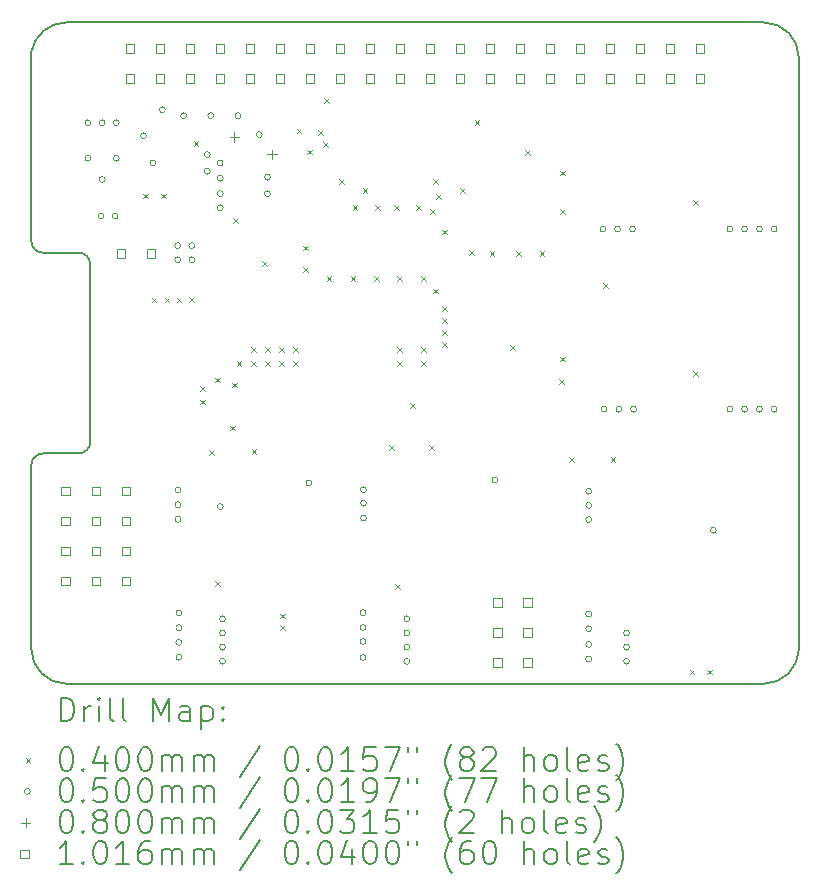
<source format=gbr>
%TF.GenerationSoftware,KiCad,Pcbnew,6.0.7+dfsg-1+b1*%
%TF.CreationDate,2022-09-08T18:59:41+01:00*%
%TF.ProjectId,owl-driver-board,6f776c2d-6472-4697-9665-722d626f6172,rev?*%
%TF.SameCoordinates,Original*%
%TF.FileFunction,Drillmap*%
%TF.FilePolarity,Positive*%
%FSLAX45Y45*%
G04 Gerber Fmt 4.5, Leading zero omitted, Abs format (unit mm)*
G04 Created by KiCad (PCBNEW 6.0.7+dfsg-1+b1) date 2022-09-08 18:59:41*
%MOMM*%
%LPD*%
G01*
G04 APERTURE LIST*
%ADD10C,0.150000*%
%ADD11C,0.200000*%
%ADD12C,0.040000*%
%ADD13C,0.050000*%
%ADD14C,0.080000*%
%ADD15C,0.101600*%
G04 APERTURE END LIST*
D10*
X0Y-5350000D02*
G75*
G03*
X300000Y-5650000I300000J0D01*
G01*
X6200000Y-5650000D02*
G75*
G03*
X6500000Y-5350000I0J300000D01*
G01*
X0Y-1900000D02*
G75*
G03*
X100000Y-2000000I100000J0D01*
G01*
X500000Y-2100000D02*
G75*
G03*
X400000Y-2000000I-100000J0D01*
G01*
X400000Y-3700000D02*
G75*
G03*
X500000Y-3600000I0J100000D01*
G01*
X100000Y-3700000D02*
G75*
G03*
X0Y-3800000I0J-100000D01*
G01*
X300000Y-50000D02*
G75*
G03*
X0Y-300000I0J-305000D01*
G01*
X300000Y-50000D02*
X6200000Y-50000D01*
X6500000Y-350000D02*
G75*
G03*
X6200000Y-50000I-300000J0D01*
G01*
X6500000Y-350000D02*
X6500000Y-5350000D01*
X300000Y-5650000D02*
X6200000Y-5650000D01*
X100000Y-3700000D02*
X400000Y-3700000D01*
X0Y-300000D02*
X0Y-1900000D01*
X500000Y-2100000D02*
X500000Y-3600000D01*
X0Y-3800000D02*
X0Y-5350000D01*
X100000Y-2000000D02*
X400000Y-2000000D01*
D11*
D12*
X950000Y-1500000D02*
X990000Y-1540000D01*
X990000Y-1500000D02*
X950000Y-1540000D01*
X1020000Y-2380000D02*
X1060000Y-2420000D01*
X1060000Y-2380000D02*
X1020000Y-2420000D01*
X1100000Y-1500000D02*
X1140000Y-1540000D01*
X1140000Y-1500000D02*
X1100000Y-1540000D01*
X1130000Y-2380000D02*
X1170000Y-2420000D01*
X1170000Y-2380000D02*
X1130000Y-2420000D01*
X1230000Y-2380000D02*
X1270000Y-2420000D01*
X1270000Y-2380000D02*
X1230000Y-2420000D01*
X1337542Y-2377542D02*
X1377542Y-2417542D01*
X1377542Y-2377542D02*
X1337542Y-2417542D01*
X1376044Y-1053267D02*
X1416044Y-1093267D01*
X1416044Y-1053267D02*
X1376044Y-1093267D01*
X1428703Y-3128703D02*
X1468703Y-3168703D01*
X1468703Y-3128703D02*
X1428703Y-3168703D01*
X1431007Y-3243273D02*
X1471007Y-3283273D01*
X1471007Y-3243273D02*
X1431007Y-3283273D01*
X1505000Y-3670000D02*
X1545000Y-3710000D01*
X1545000Y-3670000D02*
X1505000Y-3710000D01*
X1555000Y-4780000D02*
X1595000Y-4820000D01*
X1595000Y-4780000D02*
X1555000Y-4820000D01*
X1556952Y-3056952D02*
X1596952Y-3096952D01*
X1596952Y-3056952D02*
X1556952Y-3096952D01*
X1683750Y-3465000D02*
X1723750Y-3505000D01*
X1723750Y-3465000D02*
X1683750Y-3505000D01*
X1702500Y-3101250D02*
X1742500Y-3141250D01*
X1742500Y-3101250D02*
X1702500Y-3141250D01*
X1710000Y-1710000D02*
X1750000Y-1750000D01*
X1750000Y-1710000D02*
X1710000Y-1750000D01*
X1740000Y-2920000D02*
X1780000Y-2960000D01*
X1780000Y-2920000D02*
X1740000Y-2960000D01*
X1860000Y-2800000D02*
X1900000Y-2840000D01*
X1900000Y-2800000D02*
X1860000Y-2840000D01*
X1860000Y-2920000D02*
X1900000Y-2960000D01*
X1900000Y-2920000D02*
X1860000Y-2960000D01*
X1866250Y-3665000D02*
X1906250Y-3705000D01*
X1906250Y-3665000D02*
X1866250Y-3705000D01*
X1955050Y-2074289D02*
X1995050Y-2114289D01*
X1995050Y-2074289D02*
X1955050Y-2114289D01*
X1980000Y-2800000D02*
X2020000Y-2840000D01*
X2020000Y-2800000D02*
X1980000Y-2840000D01*
X1980000Y-2920000D02*
X2020000Y-2960000D01*
X2020000Y-2920000D02*
X1980000Y-2960000D01*
X2100000Y-2800000D02*
X2140000Y-2840000D01*
X2140000Y-2800000D02*
X2100000Y-2840000D01*
X2100000Y-2920000D02*
X2140000Y-2960000D01*
X2140000Y-2920000D02*
X2100000Y-2960000D01*
X2105000Y-5055000D02*
X2145000Y-5095000D01*
X2145000Y-5055000D02*
X2105000Y-5095000D01*
X2105000Y-5155000D02*
X2145000Y-5195000D01*
X2145000Y-5155000D02*
X2105000Y-5195000D01*
X2220000Y-2800000D02*
X2260000Y-2840000D01*
X2260000Y-2800000D02*
X2220000Y-2840000D01*
X2220000Y-2920000D02*
X2260000Y-2960000D01*
X2260000Y-2920000D02*
X2220000Y-2960000D01*
X2247369Y-949629D02*
X2287369Y-989629D01*
X2287369Y-949629D02*
X2247369Y-989629D01*
X2300000Y-1940000D02*
X2340000Y-1980000D01*
X2340000Y-1940000D02*
X2300000Y-1980000D01*
X2305000Y-2121250D02*
X2345000Y-2161250D01*
X2345000Y-2121250D02*
X2305000Y-2161250D01*
X2335321Y-1126687D02*
X2375321Y-1166687D01*
X2375321Y-1126687D02*
X2335321Y-1166687D01*
X2430000Y-960000D02*
X2470000Y-1000000D01*
X2470000Y-960000D02*
X2430000Y-1000000D01*
X2471962Y-1063038D02*
X2511962Y-1103038D01*
X2511962Y-1063038D02*
X2471962Y-1103038D01*
X2480000Y-690000D02*
X2520000Y-730000D01*
X2520000Y-690000D02*
X2480000Y-730000D01*
X2500109Y-2196841D02*
X2540109Y-2236841D01*
X2540109Y-2196841D02*
X2500109Y-2236841D01*
X2605000Y-1380000D02*
X2645000Y-1420000D01*
X2645000Y-1380000D02*
X2605000Y-1420000D01*
X2704226Y-2197357D02*
X2744226Y-2237357D01*
X2744226Y-2197357D02*
X2704226Y-2237357D01*
X2720000Y-1600000D02*
X2760000Y-1640000D01*
X2760000Y-1600000D02*
X2720000Y-1640000D01*
X2805000Y-1455000D02*
X2845000Y-1495000D01*
X2845000Y-1455000D02*
X2805000Y-1495000D01*
X2900548Y-2198240D02*
X2940548Y-2238240D01*
X2940548Y-2198240D02*
X2900548Y-2238240D01*
X2910000Y-1600000D02*
X2950000Y-1640000D01*
X2950000Y-1600000D02*
X2910000Y-1640000D01*
X3030000Y-3630000D02*
X3070000Y-3670000D01*
X3070000Y-3630000D02*
X3030000Y-3670000D01*
X3070000Y-1600000D02*
X3110000Y-1640000D01*
X3110000Y-1600000D02*
X3070000Y-1640000D01*
X3080000Y-4805000D02*
X3120000Y-4845000D01*
X3120000Y-4805000D02*
X3080000Y-4845000D01*
X3100000Y-2800000D02*
X3140000Y-2840000D01*
X3140000Y-2800000D02*
X3100000Y-2840000D01*
X3100000Y-2920000D02*
X3140000Y-2960000D01*
X3140000Y-2920000D02*
X3100000Y-2960000D01*
X3100548Y-2198240D02*
X3140548Y-2238240D01*
X3140548Y-2198240D02*
X3100548Y-2238240D01*
X3205000Y-3271250D02*
X3245000Y-3311250D01*
X3245000Y-3271250D02*
X3205000Y-3311250D01*
X3260000Y-1600000D02*
X3300000Y-1640000D01*
X3300000Y-1600000D02*
X3260000Y-1640000D01*
X3300000Y-2800000D02*
X3340000Y-2840000D01*
X3340000Y-2800000D02*
X3300000Y-2840000D01*
X3300000Y-2920000D02*
X3340000Y-2960000D01*
X3340000Y-2920000D02*
X3300000Y-2960000D01*
X3300548Y-2196990D02*
X3340548Y-2236990D01*
X3340548Y-2196990D02*
X3300548Y-2236990D01*
X3370174Y-3630000D02*
X3410174Y-3670000D01*
X3410174Y-3630000D02*
X3370174Y-3670000D01*
X3380000Y-1630000D02*
X3420000Y-1670000D01*
X3420000Y-1630000D02*
X3380000Y-1670000D01*
X3405000Y-1380000D02*
X3445000Y-1420000D01*
X3445000Y-1380000D02*
X3405000Y-1420000D01*
X3405000Y-2305000D02*
X3445000Y-2345000D01*
X3445000Y-2305000D02*
X3405000Y-2345000D01*
X3430000Y-1505000D02*
X3470000Y-1545000D01*
X3470000Y-1505000D02*
X3430000Y-1545000D01*
X3480000Y-1805000D02*
X3520000Y-1845000D01*
X3520000Y-1805000D02*
X3480000Y-1845000D01*
X3480000Y-2455050D02*
X3520000Y-2495050D01*
X3520000Y-2455050D02*
X3480000Y-2495050D01*
X3480000Y-2555000D02*
X3520000Y-2595000D01*
X3520000Y-2555000D02*
X3480000Y-2595000D01*
X3480000Y-2655000D02*
X3520000Y-2695000D01*
X3520000Y-2655000D02*
X3480000Y-2695000D01*
X3480000Y-2755000D02*
X3520000Y-2795000D01*
X3520000Y-2755000D02*
X3480000Y-2795000D01*
X3630000Y-1455000D02*
X3670000Y-1495000D01*
X3670000Y-1455000D02*
X3630000Y-1495000D01*
X3705000Y-1980000D02*
X3745000Y-2020000D01*
X3745000Y-1980000D02*
X3705000Y-2020000D01*
X3755000Y-880000D02*
X3795000Y-920000D01*
X3795000Y-880000D02*
X3755000Y-920000D01*
X3880000Y-1988750D02*
X3920000Y-2028750D01*
X3920000Y-1988750D02*
X3880000Y-2028750D01*
X4052500Y-2780000D02*
X4092500Y-2820000D01*
X4092500Y-2780000D02*
X4052500Y-2820000D01*
X4105000Y-1988750D02*
X4145000Y-2028750D01*
X4145000Y-1988750D02*
X4105000Y-2028750D01*
X4180000Y-1130000D02*
X4220000Y-1170000D01*
X4220000Y-1130000D02*
X4180000Y-1170000D01*
X4305000Y-1988750D02*
X4345000Y-2028750D01*
X4345000Y-1988750D02*
X4305000Y-2028750D01*
X4470000Y-3073750D02*
X4510000Y-3113750D01*
X4510000Y-3073750D02*
X4470000Y-3113750D01*
X4480000Y-1305000D02*
X4520000Y-1345000D01*
X4520000Y-1305000D02*
X4480000Y-1345000D01*
X4480000Y-1630000D02*
X4520000Y-1670000D01*
X4520000Y-1630000D02*
X4480000Y-1670000D01*
X4480000Y-2880000D02*
X4520000Y-2920000D01*
X4520000Y-2880000D02*
X4480000Y-2920000D01*
X4555000Y-3730000D02*
X4595000Y-3770000D01*
X4595000Y-3730000D02*
X4555000Y-3770000D01*
X4840000Y-2260000D02*
X4880000Y-2300000D01*
X4880000Y-2260000D02*
X4840000Y-2300000D01*
X4905000Y-3730000D02*
X4945000Y-3770000D01*
X4945000Y-3730000D02*
X4905000Y-3770000D01*
X5574423Y-5530205D02*
X5614423Y-5570205D01*
X5614423Y-5530205D02*
X5574423Y-5570205D01*
X5605000Y-1555000D02*
X5645000Y-1595000D01*
X5645000Y-1555000D02*
X5605000Y-1595000D01*
X5605000Y-3005000D02*
X5645000Y-3045000D01*
X5645000Y-3005000D02*
X5605000Y-3045000D01*
X5721270Y-5530479D02*
X5761270Y-5570479D01*
X5761270Y-5530479D02*
X5721270Y-5570479D01*
D13*
X505000Y-900000D02*
G75*
G03*
X505000Y-900000I-25000J0D01*
G01*
X505000Y-1200000D02*
G75*
G03*
X505000Y-1200000I-25000J0D01*
G01*
X615000Y-1690000D02*
G75*
G03*
X615000Y-1690000I-25000J0D01*
G01*
X625000Y-900000D02*
G75*
G03*
X625000Y-900000I-25000J0D01*
G01*
X625000Y-1380000D02*
G75*
G03*
X625000Y-1380000I-25000J0D01*
G01*
X735000Y-1690000D02*
G75*
G03*
X735000Y-1690000I-25000J0D01*
G01*
X745000Y-900000D02*
G75*
G03*
X745000Y-900000I-25000J0D01*
G01*
X745000Y-1200000D02*
G75*
G03*
X745000Y-1200000I-25000J0D01*
G01*
X975000Y-1010000D02*
G75*
G03*
X975000Y-1010000I-25000J0D01*
G01*
X1055000Y-1240000D02*
G75*
G03*
X1055000Y-1240000I-25000J0D01*
G01*
X1135000Y-790000D02*
G75*
G03*
X1135000Y-790000I-25000J0D01*
G01*
X1265000Y-1940000D02*
G75*
G03*
X1265000Y-1940000I-25000J0D01*
G01*
X1265000Y-2060000D02*
G75*
G03*
X1265000Y-2060000I-25000J0D01*
G01*
X1267500Y-4010896D02*
G75*
G03*
X1267500Y-4010896I-25000J0D01*
G01*
X1267500Y-4134198D02*
G75*
G03*
X1267500Y-4134198I-25000J0D01*
G01*
X1267500Y-4257500D02*
G75*
G03*
X1267500Y-4257500I-25000J0D01*
G01*
X1275000Y-5050000D02*
G75*
G03*
X1275000Y-5050000I-25000J0D01*
G01*
X1275000Y-5175000D02*
G75*
G03*
X1275000Y-5175000I-25000J0D01*
G01*
X1275000Y-5300000D02*
G75*
G03*
X1275000Y-5300000I-25000J0D01*
G01*
X1275000Y-5425000D02*
G75*
G03*
X1275000Y-5425000I-25000J0D01*
G01*
X1315000Y-840000D02*
G75*
G03*
X1315000Y-840000I-25000J0D01*
G01*
X1385000Y-1940000D02*
G75*
G03*
X1385000Y-1940000I-25000J0D01*
G01*
X1385000Y-2060000D02*
G75*
G03*
X1385000Y-2060000I-25000J0D01*
G01*
X1515000Y-1170000D02*
G75*
G03*
X1515000Y-1170000I-25000J0D01*
G01*
X1515000Y-1310000D02*
G75*
G03*
X1515000Y-1310000I-25000J0D01*
G01*
X1545000Y-840000D02*
G75*
G03*
X1545000Y-840000I-25000J0D01*
G01*
X1625000Y-1240000D02*
G75*
G03*
X1625000Y-1240000I-25000J0D01*
G01*
X1625000Y-1370000D02*
G75*
G03*
X1625000Y-1370000I-25000J0D01*
G01*
X1625000Y-1500000D02*
G75*
G03*
X1625000Y-1500000I-25000J0D01*
G01*
X1625000Y-1620000D02*
G75*
G03*
X1625000Y-1620000I-25000J0D01*
G01*
X1625000Y-4150000D02*
G75*
G03*
X1625000Y-4150000I-25000J0D01*
G01*
X1645000Y-5100000D02*
G75*
G03*
X1645000Y-5100000I-25000J0D01*
G01*
X1645000Y-5220000D02*
G75*
G03*
X1645000Y-5220000I-25000J0D01*
G01*
X1645000Y-5340000D02*
G75*
G03*
X1645000Y-5340000I-25000J0D01*
G01*
X1645000Y-5460000D02*
G75*
G03*
X1645000Y-5460000I-25000J0D01*
G01*
X1775000Y-840000D02*
G75*
G03*
X1775000Y-840000I-25000J0D01*
G01*
X1955000Y-1000000D02*
G75*
G03*
X1955000Y-1000000I-25000J0D01*
G01*
X2025000Y-1360000D02*
G75*
G03*
X2025000Y-1360000I-25000J0D01*
G01*
X2025000Y-1500000D02*
G75*
G03*
X2025000Y-1500000I-25000J0D01*
G01*
X2375000Y-3950000D02*
G75*
G03*
X2375000Y-3950000I-25000J0D01*
G01*
X2833630Y-5048057D02*
G75*
G03*
X2833630Y-5048057I-25000J0D01*
G01*
X2833630Y-5173057D02*
G75*
G03*
X2833630Y-5173057I-25000J0D01*
G01*
X2833630Y-5292402D02*
G75*
G03*
X2833630Y-5292402I-25000J0D01*
G01*
X2833630Y-5428057D02*
G75*
G03*
X2833630Y-5428057I-25000J0D01*
G01*
X2837801Y-4006131D02*
G75*
G03*
X2837801Y-4006131I-25000J0D01*
G01*
X2837801Y-4121131D02*
G75*
G03*
X2837801Y-4121131I-25000J0D01*
G01*
X2837801Y-4246131D02*
G75*
G03*
X2837801Y-4246131I-25000J0D01*
G01*
X3205000Y-5100000D02*
G75*
G03*
X3205000Y-5100000I-25000J0D01*
G01*
X3205000Y-5220000D02*
G75*
G03*
X3205000Y-5220000I-25000J0D01*
G01*
X3205000Y-5340000D02*
G75*
G03*
X3205000Y-5340000I-25000J0D01*
G01*
X3205000Y-5460000D02*
G75*
G03*
X3205000Y-5460000I-25000J0D01*
G01*
X3950000Y-3925000D02*
G75*
G03*
X3950000Y-3925000I-25000J0D01*
G01*
X4745000Y-4020000D02*
G75*
G03*
X4745000Y-4020000I-25000J0D01*
G01*
X4745000Y-4140000D02*
G75*
G03*
X4745000Y-4140000I-25000J0D01*
G01*
X4745000Y-4260000D02*
G75*
G03*
X4745000Y-4260000I-25000J0D01*
G01*
X4745000Y-5058800D02*
G75*
G03*
X4745000Y-5058800I-25000J0D01*
G01*
X4745000Y-5183800D02*
G75*
G03*
X4745000Y-5183800I-25000J0D01*
G01*
X4745000Y-5316128D02*
G75*
G03*
X4745000Y-5316128I-25000J0D01*
G01*
X4745000Y-5440000D02*
G75*
G03*
X4745000Y-5440000I-25000J0D01*
G01*
X4865000Y-1800000D02*
G75*
G03*
X4865000Y-1800000I-25000J0D01*
G01*
X4875000Y-3325000D02*
G75*
G03*
X4875000Y-3325000I-25000J0D01*
G01*
X4990000Y-1800000D02*
G75*
G03*
X4990000Y-1800000I-25000J0D01*
G01*
X5000000Y-3325000D02*
G75*
G03*
X5000000Y-3325000I-25000J0D01*
G01*
X5065000Y-5220000D02*
G75*
G03*
X5065000Y-5220000I-25000J0D01*
G01*
X5065000Y-5340000D02*
G75*
G03*
X5065000Y-5340000I-25000J0D01*
G01*
X5065000Y-5460000D02*
G75*
G03*
X5065000Y-5460000I-25000J0D01*
G01*
X5115000Y-1800000D02*
G75*
G03*
X5115000Y-1800000I-25000J0D01*
G01*
X5125000Y-3325000D02*
G75*
G03*
X5125000Y-3325000I-25000J0D01*
G01*
X5800000Y-4350000D02*
G75*
G03*
X5800000Y-4350000I-25000J0D01*
G01*
X5940000Y-1800000D02*
G75*
G03*
X5940000Y-1800000I-25000J0D01*
G01*
X5940000Y-3325000D02*
G75*
G03*
X5940000Y-3325000I-25000J0D01*
G01*
X6065000Y-1800000D02*
G75*
G03*
X6065000Y-1800000I-25000J0D01*
G01*
X6065000Y-3325000D02*
G75*
G03*
X6065000Y-3325000I-25000J0D01*
G01*
X6190000Y-1800000D02*
G75*
G03*
X6190000Y-1800000I-25000J0D01*
G01*
X6190000Y-3325000D02*
G75*
G03*
X6190000Y-3325000I-25000J0D01*
G01*
X6315000Y-1800000D02*
G75*
G03*
X6315000Y-1800000I-25000J0D01*
G01*
X6315000Y-3325000D02*
G75*
G03*
X6315000Y-3325000I-25000J0D01*
G01*
D14*
X1720000Y-980000D02*
X1720000Y-1060000D01*
X1680000Y-1020000D02*
X1760000Y-1020000D01*
X2037208Y-1127916D02*
X2037208Y-1207916D01*
X1997208Y-1167916D02*
X2077208Y-1167916D01*
D15*
X327921Y-4052921D02*
X327921Y-3981079D01*
X256079Y-3981079D01*
X256079Y-4052921D01*
X327921Y-4052921D01*
X327921Y-4306921D02*
X327921Y-4235079D01*
X256079Y-4235079D01*
X256079Y-4306921D01*
X327921Y-4306921D01*
X327921Y-4560921D02*
X327921Y-4489079D01*
X256079Y-4489079D01*
X256079Y-4560921D01*
X327921Y-4560921D01*
X327921Y-4814921D02*
X327921Y-4743079D01*
X256079Y-4743079D01*
X256079Y-4814921D01*
X327921Y-4814921D01*
X583921Y-4052921D02*
X583921Y-3981079D01*
X512079Y-3981079D01*
X512079Y-4052921D01*
X583921Y-4052921D01*
X583921Y-4306921D02*
X583921Y-4235079D01*
X512079Y-4235079D01*
X512079Y-4306921D01*
X583921Y-4306921D01*
X583921Y-4560921D02*
X583921Y-4489079D01*
X512079Y-4489079D01*
X512079Y-4560921D01*
X583921Y-4560921D01*
X583921Y-4814921D02*
X583921Y-4743079D01*
X512079Y-4743079D01*
X512079Y-4814921D01*
X583921Y-4814921D01*
X795921Y-2044921D02*
X795921Y-1973079D01*
X724079Y-1973079D01*
X724079Y-2044921D01*
X795921Y-2044921D01*
X837921Y-4052921D02*
X837921Y-3981079D01*
X766079Y-3981079D01*
X766079Y-4052921D01*
X837921Y-4052921D01*
X837921Y-4306921D02*
X837921Y-4235079D01*
X766079Y-4235079D01*
X766079Y-4306921D01*
X837921Y-4306921D01*
X837921Y-4560921D02*
X837921Y-4489079D01*
X766079Y-4489079D01*
X766079Y-4560921D01*
X837921Y-4560921D01*
X837921Y-4814921D02*
X837921Y-4743079D01*
X766079Y-4743079D01*
X766079Y-4814921D01*
X837921Y-4814921D01*
X872921Y-308921D02*
X872921Y-237079D01*
X801079Y-237079D01*
X801079Y-308921D01*
X872921Y-308921D01*
X872921Y-562921D02*
X872921Y-491079D01*
X801079Y-491079D01*
X801079Y-562921D01*
X872921Y-562921D01*
X1049921Y-2044921D02*
X1049921Y-1973079D01*
X978079Y-1973079D01*
X978079Y-2044921D01*
X1049921Y-2044921D01*
X1126921Y-308921D02*
X1126921Y-237079D01*
X1055079Y-237079D01*
X1055079Y-308921D01*
X1126921Y-308921D01*
X1126921Y-562921D02*
X1126921Y-491079D01*
X1055079Y-491079D01*
X1055079Y-562921D01*
X1126921Y-562921D01*
X1380921Y-308921D02*
X1380921Y-237079D01*
X1309079Y-237079D01*
X1309079Y-308921D01*
X1380921Y-308921D01*
X1380921Y-562921D02*
X1380921Y-491079D01*
X1309079Y-491079D01*
X1309079Y-562921D01*
X1380921Y-562921D01*
X1634921Y-308921D02*
X1634921Y-237079D01*
X1563079Y-237079D01*
X1563079Y-308921D01*
X1634921Y-308921D01*
X1634921Y-562921D02*
X1634921Y-491079D01*
X1563079Y-491079D01*
X1563079Y-562921D01*
X1634921Y-562921D01*
X1888921Y-308921D02*
X1888921Y-237079D01*
X1817079Y-237079D01*
X1817079Y-308921D01*
X1888921Y-308921D01*
X1888921Y-562921D02*
X1888921Y-491079D01*
X1817079Y-491079D01*
X1817079Y-562921D01*
X1888921Y-562921D01*
X2142921Y-308921D02*
X2142921Y-237079D01*
X2071079Y-237079D01*
X2071079Y-308921D01*
X2142921Y-308921D01*
X2142921Y-562921D02*
X2142921Y-491079D01*
X2071079Y-491079D01*
X2071079Y-562921D01*
X2142921Y-562921D01*
X2396921Y-308921D02*
X2396921Y-237079D01*
X2325079Y-237079D01*
X2325079Y-308921D01*
X2396921Y-308921D01*
X2396921Y-562921D02*
X2396921Y-491079D01*
X2325079Y-491079D01*
X2325079Y-562921D01*
X2396921Y-562921D01*
X2650921Y-308921D02*
X2650921Y-237079D01*
X2579079Y-237079D01*
X2579079Y-308921D01*
X2650921Y-308921D01*
X2650921Y-562921D02*
X2650921Y-491079D01*
X2579079Y-491079D01*
X2579079Y-562921D01*
X2650921Y-562921D01*
X2904921Y-308921D02*
X2904921Y-237079D01*
X2833079Y-237079D01*
X2833079Y-308921D01*
X2904921Y-308921D01*
X2904921Y-562921D02*
X2904921Y-491079D01*
X2833079Y-491079D01*
X2833079Y-562921D01*
X2904921Y-562921D01*
X3158921Y-308921D02*
X3158921Y-237079D01*
X3087079Y-237079D01*
X3087079Y-308921D01*
X3158921Y-308921D01*
X3158921Y-562921D02*
X3158921Y-491079D01*
X3087079Y-491079D01*
X3087079Y-562921D01*
X3158921Y-562921D01*
X3412921Y-308921D02*
X3412921Y-237079D01*
X3341079Y-237079D01*
X3341079Y-308921D01*
X3412921Y-308921D01*
X3412921Y-562921D02*
X3412921Y-491079D01*
X3341079Y-491079D01*
X3341079Y-562921D01*
X3412921Y-562921D01*
X3666921Y-308921D02*
X3666921Y-237079D01*
X3595079Y-237079D01*
X3595079Y-308921D01*
X3666921Y-308921D01*
X3666921Y-562921D02*
X3666921Y-491079D01*
X3595079Y-491079D01*
X3595079Y-562921D01*
X3666921Y-562921D01*
X3920921Y-308921D02*
X3920921Y-237079D01*
X3849079Y-237079D01*
X3849079Y-308921D01*
X3920921Y-308921D01*
X3920921Y-562921D02*
X3920921Y-491079D01*
X3849079Y-491079D01*
X3849079Y-562921D01*
X3920921Y-562921D01*
X3981859Y-4998601D02*
X3981859Y-4926759D01*
X3910016Y-4926759D01*
X3910016Y-4998601D01*
X3981859Y-4998601D01*
X3981859Y-5252601D02*
X3981859Y-5180759D01*
X3910016Y-5180759D01*
X3910016Y-5252601D01*
X3981859Y-5252601D01*
X3981859Y-5506601D02*
X3981859Y-5434759D01*
X3910016Y-5434759D01*
X3910016Y-5506601D01*
X3981859Y-5506601D01*
X4174921Y-308921D02*
X4174921Y-237079D01*
X4103079Y-237079D01*
X4103079Y-308921D01*
X4174921Y-308921D01*
X4174921Y-562921D02*
X4174921Y-491079D01*
X4103079Y-491079D01*
X4103079Y-562921D01*
X4174921Y-562921D01*
X4235859Y-4998601D02*
X4235859Y-4926759D01*
X4164016Y-4926759D01*
X4164016Y-4998601D01*
X4235859Y-4998601D01*
X4235859Y-5252601D02*
X4235859Y-5180759D01*
X4164016Y-5180759D01*
X4164016Y-5252601D01*
X4235859Y-5252601D01*
X4235859Y-5506601D02*
X4235859Y-5434759D01*
X4164016Y-5434759D01*
X4164016Y-5506601D01*
X4235859Y-5506601D01*
X4428921Y-308921D02*
X4428921Y-237079D01*
X4357079Y-237079D01*
X4357079Y-308921D01*
X4428921Y-308921D01*
X4428921Y-562921D02*
X4428921Y-491079D01*
X4357079Y-491079D01*
X4357079Y-562921D01*
X4428921Y-562921D01*
X4682921Y-308921D02*
X4682921Y-237079D01*
X4611079Y-237079D01*
X4611079Y-308921D01*
X4682921Y-308921D01*
X4682921Y-562921D02*
X4682921Y-491079D01*
X4611079Y-491079D01*
X4611079Y-562921D01*
X4682921Y-562921D01*
X4936921Y-308921D02*
X4936921Y-237079D01*
X4865079Y-237079D01*
X4865079Y-308921D01*
X4936921Y-308921D01*
X4936921Y-562921D02*
X4936921Y-491079D01*
X4865079Y-491079D01*
X4865079Y-562921D01*
X4936921Y-562921D01*
X5190921Y-308921D02*
X5190921Y-237079D01*
X5119079Y-237079D01*
X5119079Y-308921D01*
X5190921Y-308921D01*
X5190921Y-562921D02*
X5190921Y-491079D01*
X5119079Y-491079D01*
X5119079Y-562921D01*
X5190921Y-562921D01*
X5444921Y-308921D02*
X5444921Y-237079D01*
X5373079Y-237079D01*
X5373079Y-308921D01*
X5444921Y-308921D01*
X5444921Y-562921D02*
X5444921Y-491079D01*
X5373079Y-491079D01*
X5373079Y-562921D01*
X5444921Y-562921D01*
X5698921Y-308921D02*
X5698921Y-237079D01*
X5627079Y-237079D01*
X5627079Y-308921D01*
X5698921Y-308921D01*
X5698921Y-562921D02*
X5698921Y-491079D01*
X5627079Y-491079D01*
X5627079Y-562921D01*
X5698921Y-562921D01*
D11*
X250119Y-5967976D02*
X250119Y-5767976D01*
X297738Y-5767976D01*
X326310Y-5777500D01*
X345357Y-5796548D01*
X354881Y-5815595D01*
X364405Y-5853690D01*
X364405Y-5882262D01*
X354881Y-5920357D01*
X345357Y-5939405D01*
X326310Y-5958452D01*
X297738Y-5967976D01*
X250119Y-5967976D01*
X450119Y-5967976D02*
X450119Y-5834643D01*
X450119Y-5872738D02*
X459643Y-5853690D01*
X469167Y-5844167D01*
X488214Y-5834643D01*
X507262Y-5834643D01*
X573929Y-5967976D02*
X573929Y-5834643D01*
X573929Y-5767976D02*
X564405Y-5777500D01*
X573929Y-5787024D01*
X583452Y-5777500D01*
X573929Y-5767976D01*
X573929Y-5787024D01*
X697738Y-5967976D02*
X678690Y-5958452D01*
X669167Y-5939405D01*
X669167Y-5767976D01*
X802500Y-5967976D02*
X783452Y-5958452D01*
X773928Y-5939405D01*
X773928Y-5767976D01*
X1031071Y-5967976D02*
X1031071Y-5767976D01*
X1097738Y-5910833D01*
X1164405Y-5767976D01*
X1164405Y-5967976D01*
X1345357Y-5967976D02*
X1345357Y-5863214D01*
X1335833Y-5844167D01*
X1316786Y-5834643D01*
X1278690Y-5834643D01*
X1259643Y-5844167D01*
X1345357Y-5958452D02*
X1326310Y-5967976D01*
X1278690Y-5967976D01*
X1259643Y-5958452D01*
X1250119Y-5939405D01*
X1250119Y-5920357D01*
X1259643Y-5901309D01*
X1278690Y-5891786D01*
X1326310Y-5891786D01*
X1345357Y-5882262D01*
X1440595Y-5834643D02*
X1440595Y-6034643D01*
X1440595Y-5844167D02*
X1459643Y-5834643D01*
X1497738Y-5834643D01*
X1516786Y-5844167D01*
X1526309Y-5853690D01*
X1535833Y-5872738D01*
X1535833Y-5929881D01*
X1526309Y-5948928D01*
X1516786Y-5958452D01*
X1497738Y-5967976D01*
X1459643Y-5967976D01*
X1440595Y-5958452D01*
X1621548Y-5948928D02*
X1631071Y-5958452D01*
X1621548Y-5967976D01*
X1612024Y-5958452D01*
X1621548Y-5948928D01*
X1621548Y-5967976D01*
X1621548Y-5844167D02*
X1631071Y-5853690D01*
X1621548Y-5863214D01*
X1612024Y-5853690D01*
X1621548Y-5844167D01*
X1621548Y-5863214D01*
D12*
X-47500Y-6277500D02*
X-7500Y-6317500D01*
X-7500Y-6277500D02*
X-47500Y-6317500D01*
D11*
X288214Y-6187976D02*
X307262Y-6187976D01*
X326310Y-6197500D01*
X335833Y-6207024D01*
X345357Y-6226071D01*
X354881Y-6264167D01*
X354881Y-6311786D01*
X345357Y-6349881D01*
X335833Y-6368928D01*
X326310Y-6378452D01*
X307262Y-6387976D01*
X288214Y-6387976D01*
X269167Y-6378452D01*
X259643Y-6368928D01*
X250119Y-6349881D01*
X240595Y-6311786D01*
X240595Y-6264167D01*
X250119Y-6226071D01*
X259643Y-6207024D01*
X269167Y-6197500D01*
X288214Y-6187976D01*
X440595Y-6368928D02*
X450119Y-6378452D01*
X440595Y-6387976D01*
X431071Y-6378452D01*
X440595Y-6368928D01*
X440595Y-6387976D01*
X621548Y-6254643D02*
X621548Y-6387976D01*
X573929Y-6178452D02*
X526310Y-6321309D01*
X650119Y-6321309D01*
X764405Y-6187976D02*
X783452Y-6187976D01*
X802500Y-6197500D01*
X812024Y-6207024D01*
X821548Y-6226071D01*
X831071Y-6264167D01*
X831071Y-6311786D01*
X821548Y-6349881D01*
X812024Y-6368928D01*
X802500Y-6378452D01*
X783452Y-6387976D01*
X764405Y-6387976D01*
X745357Y-6378452D01*
X735833Y-6368928D01*
X726309Y-6349881D01*
X716786Y-6311786D01*
X716786Y-6264167D01*
X726309Y-6226071D01*
X735833Y-6207024D01*
X745357Y-6197500D01*
X764405Y-6187976D01*
X954881Y-6187976D02*
X973928Y-6187976D01*
X992976Y-6197500D01*
X1002500Y-6207024D01*
X1012024Y-6226071D01*
X1021548Y-6264167D01*
X1021548Y-6311786D01*
X1012024Y-6349881D01*
X1002500Y-6368928D01*
X992976Y-6378452D01*
X973928Y-6387976D01*
X954881Y-6387976D01*
X935833Y-6378452D01*
X926309Y-6368928D01*
X916786Y-6349881D01*
X907262Y-6311786D01*
X907262Y-6264167D01*
X916786Y-6226071D01*
X926309Y-6207024D01*
X935833Y-6197500D01*
X954881Y-6187976D01*
X1107262Y-6387976D02*
X1107262Y-6254643D01*
X1107262Y-6273690D02*
X1116786Y-6264167D01*
X1135833Y-6254643D01*
X1164405Y-6254643D01*
X1183452Y-6264167D01*
X1192976Y-6283214D01*
X1192976Y-6387976D01*
X1192976Y-6283214D02*
X1202500Y-6264167D01*
X1221548Y-6254643D01*
X1250119Y-6254643D01*
X1269167Y-6264167D01*
X1278690Y-6283214D01*
X1278690Y-6387976D01*
X1373929Y-6387976D02*
X1373929Y-6254643D01*
X1373929Y-6273690D02*
X1383452Y-6264167D01*
X1402500Y-6254643D01*
X1431071Y-6254643D01*
X1450119Y-6264167D01*
X1459643Y-6283214D01*
X1459643Y-6387976D01*
X1459643Y-6283214D02*
X1469167Y-6264167D01*
X1488214Y-6254643D01*
X1516786Y-6254643D01*
X1535833Y-6264167D01*
X1545357Y-6283214D01*
X1545357Y-6387976D01*
X1935833Y-6178452D02*
X1764405Y-6435595D01*
X2192976Y-6187976D02*
X2212024Y-6187976D01*
X2231071Y-6197500D01*
X2240595Y-6207024D01*
X2250119Y-6226071D01*
X2259643Y-6264167D01*
X2259643Y-6311786D01*
X2250119Y-6349881D01*
X2240595Y-6368928D01*
X2231071Y-6378452D01*
X2212024Y-6387976D01*
X2192976Y-6387976D01*
X2173929Y-6378452D01*
X2164405Y-6368928D01*
X2154881Y-6349881D01*
X2145357Y-6311786D01*
X2145357Y-6264167D01*
X2154881Y-6226071D01*
X2164405Y-6207024D01*
X2173929Y-6197500D01*
X2192976Y-6187976D01*
X2345357Y-6368928D02*
X2354881Y-6378452D01*
X2345357Y-6387976D01*
X2335833Y-6378452D01*
X2345357Y-6368928D01*
X2345357Y-6387976D01*
X2478690Y-6187976D02*
X2497738Y-6187976D01*
X2516786Y-6197500D01*
X2526310Y-6207024D01*
X2535833Y-6226071D01*
X2545357Y-6264167D01*
X2545357Y-6311786D01*
X2535833Y-6349881D01*
X2526310Y-6368928D01*
X2516786Y-6378452D01*
X2497738Y-6387976D01*
X2478690Y-6387976D01*
X2459643Y-6378452D01*
X2450119Y-6368928D01*
X2440595Y-6349881D01*
X2431071Y-6311786D01*
X2431071Y-6264167D01*
X2440595Y-6226071D01*
X2450119Y-6207024D01*
X2459643Y-6197500D01*
X2478690Y-6187976D01*
X2735833Y-6387976D02*
X2621548Y-6387976D01*
X2678690Y-6387976D02*
X2678690Y-6187976D01*
X2659643Y-6216548D01*
X2640595Y-6235595D01*
X2621548Y-6245119D01*
X2916786Y-6187976D02*
X2821548Y-6187976D01*
X2812024Y-6283214D01*
X2821548Y-6273690D01*
X2840595Y-6264167D01*
X2888214Y-6264167D01*
X2907262Y-6273690D01*
X2916786Y-6283214D01*
X2926309Y-6302262D01*
X2926309Y-6349881D01*
X2916786Y-6368928D01*
X2907262Y-6378452D01*
X2888214Y-6387976D01*
X2840595Y-6387976D01*
X2821548Y-6378452D01*
X2812024Y-6368928D01*
X2992976Y-6187976D02*
X3126309Y-6187976D01*
X3040595Y-6387976D01*
X3192976Y-6187976D02*
X3192976Y-6226071D01*
X3269167Y-6187976D02*
X3269167Y-6226071D01*
X3564405Y-6464167D02*
X3554881Y-6454643D01*
X3535833Y-6426071D01*
X3526309Y-6407024D01*
X3516786Y-6378452D01*
X3507262Y-6330833D01*
X3507262Y-6292738D01*
X3516786Y-6245119D01*
X3526309Y-6216548D01*
X3535833Y-6197500D01*
X3554881Y-6168928D01*
X3564405Y-6159405D01*
X3669167Y-6273690D02*
X3650119Y-6264167D01*
X3640595Y-6254643D01*
X3631071Y-6235595D01*
X3631071Y-6226071D01*
X3640595Y-6207024D01*
X3650119Y-6197500D01*
X3669167Y-6187976D01*
X3707262Y-6187976D01*
X3726309Y-6197500D01*
X3735833Y-6207024D01*
X3745357Y-6226071D01*
X3745357Y-6235595D01*
X3735833Y-6254643D01*
X3726309Y-6264167D01*
X3707262Y-6273690D01*
X3669167Y-6273690D01*
X3650119Y-6283214D01*
X3640595Y-6292738D01*
X3631071Y-6311786D01*
X3631071Y-6349881D01*
X3640595Y-6368928D01*
X3650119Y-6378452D01*
X3669167Y-6387976D01*
X3707262Y-6387976D01*
X3726309Y-6378452D01*
X3735833Y-6368928D01*
X3745357Y-6349881D01*
X3745357Y-6311786D01*
X3735833Y-6292738D01*
X3726309Y-6283214D01*
X3707262Y-6273690D01*
X3821548Y-6207024D02*
X3831071Y-6197500D01*
X3850119Y-6187976D01*
X3897738Y-6187976D01*
X3916786Y-6197500D01*
X3926309Y-6207024D01*
X3935833Y-6226071D01*
X3935833Y-6245119D01*
X3926309Y-6273690D01*
X3812024Y-6387976D01*
X3935833Y-6387976D01*
X4173928Y-6387976D02*
X4173928Y-6187976D01*
X4259643Y-6387976D02*
X4259643Y-6283214D01*
X4250119Y-6264167D01*
X4231071Y-6254643D01*
X4202500Y-6254643D01*
X4183452Y-6264167D01*
X4173928Y-6273690D01*
X4383452Y-6387976D02*
X4364405Y-6378452D01*
X4354881Y-6368928D01*
X4345357Y-6349881D01*
X4345357Y-6292738D01*
X4354881Y-6273690D01*
X4364405Y-6264167D01*
X4383452Y-6254643D01*
X4412024Y-6254643D01*
X4431071Y-6264167D01*
X4440595Y-6273690D01*
X4450119Y-6292738D01*
X4450119Y-6349881D01*
X4440595Y-6368928D01*
X4431071Y-6378452D01*
X4412024Y-6387976D01*
X4383452Y-6387976D01*
X4564405Y-6387976D02*
X4545357Y-6378452D01*
X4535833Y-6359405D01*
X4535833Y-6187976D01*
X4716786Y-6378452D02*
X4697738Y-6387976D01*
X4659643Y-6387976D01*
X4640595Y-6378452D01*
X4631071Y-6359405D01*
X4631071Y-6283214D01*
X4640595Y-6264167D01*
X4659643Y-6254643D01*
X4697738Y-6254643D01*
X4716786Y-6264167D01*
X4726310Y-6283214D01*
X4726310Y-6302262D01*
X4631071Y-6321309D01*
X4802500Y-6378452D02*
X4821548Y-6387976D01*
X4859643Y-6387976D01*
X4878690Y-6378452D01*
X4888214Y-6359405D01*
X4888214Y-6349881D01*
X4878690Y-6330833D01*
X4859643Y-6321309D01*
X4831071Y-6321309D01*
X4812024Y-6311786D01*
X4802500Y-6292738D01*
X4802500Y-6283214D01*
X4812024Y-6264167D01*
X4831071Y-6254643D01*
X4859643Y-6254643D01*
X4878690Y-6264167D01*
X4954881Y-6464167D02*
X4964405Y-6454643D01*
X4983452Y-6426071D01*
X4992976Y-6407024D01*
X5002500Y-6378452D01*
X5012024Y-6330833D01*
X5012024Y-6292738D01*
X5002500Y-6245119D01*
X4992976Y-6216548D01*
X4983452Y-6197500D01*
X4964405Y-6168928D01*
X4954881Y-6159405D01*
D13*
X-7500Y-6561500D02*
G75*
G03*
X-7500Y-6561500I-25000J0D01*
G01*
D11*
X288214Y-6451976D02*
X307262Y-6451976D01*
X326310Y-6461500D01*
X335833Y-6471024D01*
X345357Y-6490071D01*
X354881Y-6528167D01*
X354881Y-6575786D01*
X345357Y-6613881D01*
X335833Y-6632928D01*
X326310Y-6642452D01*
X307262Y-6651976D01*
X288214Y-6651976D01*
X269167Y-6642452D01*
X259643Y-6632928D01*
X250119Y-6613881D01*
X240595Y-6575786D01*
X240595Y-6528167D01*
X250119Y-6490071D01*
X259643Y-6471024D01*
X269167Y-6461500D01*
X288214Y-6451976D01*
X440595Y-6632928D02*
X450119Y-6642452D01*
X440595Y-6651976D01*
X431071Y-6642452D01*
X440595Y-6632928D01*
X440595Y-6651976D01*
X631071Y-6451976D02*
X535833Y-6451976D01*
X526310Y-6547214D01*
X535833Y-6537690D01*
X554881Y-6528167D01*
X602500Y-6528167D01*
X621548Y-6537690D01*
X631071Y-6547214D01*
X640595Y-6566262D01*
X640595Y-6613881D01*
X631071Y-6632928D01*
X621548Y-6642452D01*
X602500Y-6651976D01*
X554881Y-6651976D01*
X535833Y-6642452D01*
X526310Y-6632928D01*
X764405Y-6451976D02*
X783452Y-6451976D01*
X802500Y-6461500D01*
X812024Y-6471024D01*
X821548Y-6490071D01*
X831071Y-6528167D01*
X831071Y-6575786D01*
X821548Y-6613881D01*
X812024Y-6632928D01*
X802500Y-6642452D01*
X783452Y-6651976D01*
X764405Y-6651976D01*
X745357Y-6642452D01*
X735833Y-6632928D01*
X726309Y-6613881D01*
X716786Y-6575786D01*
X716786Y-6528167D01*
X726309Y-6490071D01*
X735833Y-6471024D01*
X745357Y-6461500D01*
X764405Y-6451976D01*
X954881Y-6451976D02*
X973928Y-6451976D01*
X992976Y-6461500D01*
X1002500Y-6471024D01*
X1012024Y-6490071D01*
X1021548Y-6528167D01*
X1021548Y-6575786D01*
X1012024Y-6613881D01*
X1002500Y-6632928D01*
X992976Y-6642452D01*
X973928Y-6651976D01*
X954881Y-6651976D01*
X935833Y-6642452D01*
X926309Y-6632928D01*
X916786Y-6613881D01*
X907262Y-6575786D01*
X907262Y-6528167D01*
X916786Y-6490071D01*
X926309Y-6471024D01*
X935833Y-6461500D01*
X954881Y-6451976D01*
X1107262Y-6651976D02*
X1107262Y-6518643D01*
X1107262Y-6537690D02*
X1116786Y-6528167D01*
X1135833Y-6518643D01*
X1164405Y-6518643D01*
X1183452Y-6528167D01*
X1192976Y-6547214D01*
X1192976Y-6651976D01*
X1192976Y-6547214D02*
X1202500Y-6528167D01*
X1221548Y-6518643D01*
X1250119Y-6518643D01*
X1269167Y-6528167D01*
X1278690Y-6547214D01*
X1278690Y-6651976D01*
X1373929Y-6651976D02*
X1373929Y-6518643D01*
X1373929Y-6537690D02*
X1383452Y-6528167D01*
X1402500Y-6518643D01*
X1431071Y-6518643D01*
X1450119Y-6528167D01*
X1459643Y-6547214D01*
X1459643Y-6651976D01*
X1459643Y-6547214D02*
X1469167Y-6528167D01*
X1488214Y-6518643D01*
X1516786Y-6518643D01*
X1535833Y-6528167D01*
X1545357Y-6547214D01*
X1545357Y-6651976D01*
X1935833Y-6442452D02*
X1764405Y-6699595D01*
X2192976Y-6451976D02*
X2212024Y-6451976D01*
X2231071Y-6461500D01*
X2240595Y-6471024D01*
X2250119Y-6490071D01*
X2259643Y-6528167D01*
X2259643Y-6575786D01*
X2250119Y-6613881D01*
X2240595Y-6632928D01*
X2231071Y-6642452D01*
X2212024Y-6651976D01*
X2192976Y-6651976D01*
X2173929Y-6642452D01*
X2164405Y-6632928D01*
X2154881Y-6613881D01*
X2145357Y-6575786D01*
X2145357Y-6528167D01*
X2154881Y-6490071D01*
X2164405Y-6471024D01*
X2173929Y-6461500D01*
X2192976Y-6451976D01*
X2345357Y-6632928D02*
X2354881Y-6642452D01*
X2345357Y-6651976D01*
X2335833Y-6642452D01*
X2345357Y-6632928D01*
X2345357Y-6651976D01*
X2478690Y-6451976D02*
X2497738Y-6451976D01*
X2516786Y-6461500D01*
X2526310Y-6471024D01*
X2535833Y-6490071D01*
X2545357Y-6528167D01*
X2545357Y-6575786D01*
X2535833Y-6613881D01*
X2526310Y-6632928D01*
X2516786Y-6642452D01*
X2497738Y-6651976D01*
X2478690Y-6651976D01*
X2459643Y-6642452D01*
X2450119Y-6632928D01*
X2440595Y-6613881D01*
X2431071Y-6575786D01*
X2431071Y-6528167D01*
X2440595Y-6490071D01*
X2450119Y-6471024D01*
X2459643Y-6461500D01*
X2478690Y-6451976D01*
X2735833Y-6651976D02*
X2621548Y-6651976D01*
X2678690Y-6651976D02*
X2678690Y-6451976D01*
X2659643Y-6480548D01*
X2640595Y-6499595D01*
X2621548Y-6509119D01*
X2831071Y-6651976D02*
X2869167Y-6651976D01*
X2888214Y-6642452D01*
X2897738Y-6632928D01*
X2916786Y-6604357D01*
X2926309Y-6566262D01*
X2926309Y-6490071D01*
X2916786Y-6471024D01*
X2907262Y-6461500D01*
X2888214Y-6451976D01*
X2850119Y-6451976D01*
X2831071Y-6461500D01*
X2821548Y-6471024D01*
X2812024Y-6490071D01*
X2812024Y-6537690D01*
X2821548Y-6556738D01*
X2831071Y-6566262D01*
X2850119Y-6575786D01*
X2888214Y-6575786D01*
X2907262Y-6566262D01*
X2916786Y-6556738D01*
X2926309Y-6537690D01*
X2992976Y-6451976D02*
X3126309Y-6451976D01*
X3040595Y-6651976D01*
X3192976Y-6451976D02*
X3192976Y-6490071D01*
X3269167Y-6451976D02*
X3269167Y-6490071D01*
X3564405Y-6728167D02*
X3554881Y-6718643D01*
X3535833Y-6690071D01*
X3526309Y-6671024D01*
X3516786Y-6642452D01*
X3507262Y-6594833D01*
X3507262Y-6556738D01*
X3516786Y-6509119D01*
X3526309Y-6480548D01*
X3535833Y-6461500D01*
X3554881Y-6432928D01*
X3564405Y-6423405D01*
X3621548Y-6451976D02*
X3754881Y-6451976D01*
X3669167Y-6651976D01*
X3812024Y-6451976D02*
X3945357Y-6451976D01*
X3859643Y-6651976D01*
X4173928Y-6651976D02*
X4173928Y-6451976D01*
X4259643Y-6651976D02*
X4259643Y-6547214D01*
X4250119Y-6528167D01*
X4231071Y-6518643D01*
X4202500Y-6518643D01*
X4183452Y-6528167D01*
X4173928Y-6537690D01*
X4383452Y-6651976D02*
X4364405Y-6642452D01*
X4354881Y-6632928D01*
X4345357Y-6613881D01*
X4345357Y-6556738D01*
X4354881Y-6537690D01*
X4364405Y-6528167D01*
X4383452Y-6518643D01*
X4412024Y-6518643D01*
X4431071Y-6528167D01*
X4440595Y-6537690D01*
X4450119Y-6556738D01*
X4450119Y-6613881D01*
X4440595Y-6632928D01*
X4431071Y-6642452D01*
X4412024Y-6651976D01*
X4383452Y-6651976D01*
X4564405Y-6651976D02*
X4545357Y-6642452D01*
X4535833Y-6623405D01*
X4535833Y-6451976D01*
X4716786Y-6642452D02*
X4697738Y-6651976D01*
X4659643Y-6651976D01*
X4640595Y-6642452D01*
X4631071Y-6623405D01*
X4631071Y-6547214D01*
X4640595Y-6528167D01*
X4659643Y-6518643D01*
X4697738Y-6518643D01*
X4716786Y-6528167D01*
X4726310Y-6547214D01*
X4726310Y-6566262D01*
X4631071Y-6585309D01*
X4802500Y-6642452D02*
X4821548Y-6651976D01*
X4859643Y-6651976D01*
X4878690Y-6642452D01*
X4888214Y-6623405D01*
X4888214Y-6613881D01*
X4878690Y-6594833D01*
X4859643Y-6585309D01*
X4831071Y-6585309D01*
X4812024Y-6575786D01*
X4802500Y-6556738D01*
X4802500Y-6547214D01*
X4812024Y-6528167D01*
X4831071Y-6518643D01*
X4859643Y-6518643D01*
X4878690Y-6528167D01*
X4954881Y-6728167D02*
X4964405Y-6718643D01*
X4983452Y-6690071D01*
X4992976Y-6671024D01*
X5002500Y-6642452D01*
X5012024Y-6594833D01*
X5012024Y-6556738D01*
X5002500Y-6509119D01*
X4992976Y-6480548D01*
X4983452Y-6461500D01*
X4964405Y-6432928D01*
X4954881Y-6423405D01*
D14*
X-47500Y-6785500D02*
X-47500Y-6865500D01*
X-87500Y-6825500D02*
X-7500Y-6825500D01*
D11*
X288214Y-6715976D02*
X307262Y-6715976D01*
X326310Y-6725500D01*
X335833Y-6735024D01*
X345357Y-6754071D01*
X354881Y-6792167D01*
X354881Y-6839786D01*
X345357Y-6877881D01*
X335833Y-6896928D01*
X326310Y-6906452D01*
X307262Y-6915976D01*
X288214Y-6915976D01*
X269167Y-6906452D01*
X259643Y-6896928D01*
X250119Y-6877881D01*
X240595Y-6839786D01*
X240595Y-6792167D01*
X250119Y-6754071D01*
X259643Y-6735024D01*
X269167Y-6725500D01*
X288214Y-6715976D01*
X440595Y-6896928D02*
X450119Y-6906452D01*
X440595Y-6915976D01*
X431071Y-6906452D01*
X440595Y-6896928D01*
X440595Y-6915976D01*
X564405Y-6801690D02*
X545357Y-6792167D01*
X535833Y-6782643D01*
X526310Y-6763595D01*
X526310Y-6754071D01*
X535833Y-6735024D01*
X545357Y-6725500D01*
X564405Y-6715976D01*
X602500Y-6715976D01*
X621548Y-6725500D01*
X631071Y-6735024D01*
X640595Y-6754071D01*
X640595Y-6763595D01*
X631071Y-6782643D01*
X621548Y-6792167D01*
X602500Y-6801690D01*
X564405Y-6801690D01*
X545357Y-6811214D01*
X535833Y-6820738D01*
X526310Y-6839786D01*
X526310Y-6877881D01*
X535833Y-6896928D01*
X545357Y-6906452D01*
X564405Y-6915976D01*
X602500Y-6915976D01*
X621548Y-6906452D01*
X631071Y-6896928D01*
X640595Y-6877881D01*
X640595Y-6839786D01*
X631071Y-6820738D01*
X621548Y-6811214D01*
X602500Y-6801690D01*
X764405Y-6715976D02*
X783452Y-6715976D01*
X802500Y-6725500D01*
X812024Y-6735024D01*
X821548Y-6754071D01*
X831071Y-6792167D01*
X831071Y-6839786D01*
X821548Y-6877881D01*
X812024Y-6896928D01*
X802500Y-6906452D01*
X783452Y-6915976D01*
X764405Y-6915976D01*
X745357Y-6906452D01*
X735833Y-6896928D01*
X726309Y-6877881D01*
X716786Y-6839786D01*
X716786Y-6792167D01*
X726309Y-6754071D01*
X735833Y-6735024D01*
X745357Y-6725500D01*
X764405Y-6715976D01*
X954881Y-6715976D02*
X973928Y-6715976D01*
X992976Y-6725500D01*
X1002500Y-6735024D01*
X1012024Y-6754071D01*
X1021548Y-6792167D01*
X1021548Y-6839786D01*
X1012024Y-6877881D01*
X1002500Y-6896928D01*
X992976Y-6906452D01*
X973928Y-6915976D01*
X954881Y-6915976D01*
X935833Y-6906452D01*
X926309Y-6896928D01*
X916786Y-6877881D01*
X907262Y-6839786D01*
X907262Y-6792167D01*
X916786Y-6754071D01*
X926309Y-6735024D01*
X935833Y-6725500D01*
X954881Y-6715976D01*
X1107262Y-6915976D02*
X1107262Y-6782643D01*
X1107262Y-6801690D02*
X1116786Y-6792167D01*
X1135833Y-6782643D01*
X1164405Y-6782643D01*
X1183452Y-6792167D01*
X1192976Y-6811214D01*
X1192976Y-6915976D01*
X1192976Y-6811214D02*
X1202500Y-6792167D01*
X1221548Y-6782643D01*
X1250119Y-6782643D01*
X1269167Y-6792167D01*
X1278690Y-6811214D01*
X1278690Y-6915976D01*
X1373929Y-6915976D02*
X1373929Y-6782643D01*
X1373929Y-6801690D02*
X1383452Y-6792167D01*
X1402500Y-6782643D01*
X1431071Y-6782643D01*
X1450119Y-6792167D01*
X1459643Y-6811214D01*
X1459643Y-6915976D01*
X1459643Y-6811214D02*
X1469167Y-6792167D01*
X1488214Y-6782643D01*
X1516786Y-6782643D01*
X1535833Y-6792167D01*
X1545357Y-6811214D01*
X1545357Y-6915976D01*
X1935833Y-6706452D02*
X1764405Y-6963595D01*
X2192976Y-6715976D02*
X2212024Y-6715976D01*
X2231071Y-6725500D01*
X2240595Y-6735024D01*
X2250119Y-6754071D01*
X2259643Y-6792167D01*
X2259643Y-6839786D01*
X2250119Y-6877881D01*
X2240595Y-6896928D01*
X2231071Y-6906452D01*
X2212024Y-6915976D01*
X2192976Y-6915976D01*
X2173929Y-6906452D01*
X2164405Y-6896928D01*
X2154881Y-6877881D01*
X2145357Y-6839786D01*
X2145357Y-6792167D01*
X2154881Y-6754071D01*
X2164405Y-6735024D01*
X2173929Y-6725500D01*
X2192976Y-6715976D01*
X2345357Y-6896928D02*
X2354881Y-6906452D01*
X2345357Y-6915976D01*
X2335833Y-6906452D01*
X2345357Y-6896928D01*
X2345357Y-6915976D01*
X2478690Y-6715976D02*
X2497738Y-6715976D01*
X2516786Y-6725500D01*
X2526310Y-6735024D01*
X2535833Y-6754071D01*
X2545357Y-6792167D01*
X2545357Y-6839786D01*
X2535833Y-6877881D01*
X2526310Y-6896928D01*
X2516786Y-6906452D01*
X2497738Y-6915976D01*
X2478690Y-6915976D01*
X2459643Y-6906452D01*
X2450119Y-6896928D01*
X2440595Y-6877881D01*
X2431071Y-6839786D01*
X2431071Y-6792167D01*
X2440595Y-6754071D01*
X2450119Y-6735024D01*
X2459643Y-6725500D01*
X2478690Y-6715976D01*
X2612024Y-6715976D02*
X2735833Y-6715976D01*
X2669167Y-6792167D01*
X2697738Y-6792167D01*
X2716786Y-6801690D01*
X2726310Y-6811214D01*
X2735833Y-6830262D01*
X2735833Y-6877881D01*
X2726310Y-6896928D01*
X2716786Y-6906452D01*
X2697738Y-6915976D01*
X2640595Y-6915976D01*
X2621548Y-6906452D01*
X2612024Y-6896928D01*
X2926309Y-6915976D02*
X2812024Y-6915976D01*
X2869167Y-6915976D02*
X2869167Y-6715976D01*
X2850119Y-6744548D01*
X2831071Y-6763595D01*
X2812024Y-6773119D01*
X3107262Y-6715976D02*
X3012024Y-6715976D01*
X3002500Y-6811214D01*
X3012024Y-6801690D01*
X3031071Y-6792167D01*
X3078690Y-6792167D01*
X3097738Y-6801690D01*
X3107262Y-6811214D01*
X3116786Y-6830262D01*
X3116786Y-6877881D01*
X3107262Y-6896928D01*
X3097738Y-6906452D01*
X3078690Y-6915976D01*
X3031071Y-6915976D01*
X3012024Y-6906452D01*
X3002500Y-6896928D01*
X3192976Y-6715976D02*
X3192976Y-6754071D01*
X3269167Y-6715976D02*
X3269167Y-6754071D01*
X3564405Y-6992167D02*
X3554881Y-6982643D01*
X3535833Y-6954071D01*
X3526309Y-6935024D01*
X3516786Y-6906452D01*
X3507262Y-6858833D01*
X3507262Y-6820738D01*
X3516786Y-6773119D01*
X3526309Y-6744548D01*
X3535833Y-6725500D01*
X3554881Y-6696928D01*
X3564405Y-6687405D01*
X3631071Y-6735024D02*
X3640595Y-6725500D01*
X3659643Y-6715976D01*
X3707262Y-6715976D01*
X3726309Y-6725500D01*
X3735833Y-6735024D01*
X3745357Y-6754071D01*
X3745357Y-6773119D01*
X3735833Y-6801690D01*
X3621548Y-6915976D01*
X3745357Y-6915976D01*
X3983452Y-6915976D02*
X3983452Y-6715976D01*
X4069167Y-6915976D02*
X4069167Y-6811214D01*
X4059643Y-6792167D01*
X4040595Y-6782643D01*
X4012024Y-6782643D01*
X3992976Y-6792167D01*
X3983452Y-6801690D01*
X4192976Y-6915976D02*
X4173928Y-6906452D01*
X4164405Y-6896928D01*
X4154881Y-6877881D01*
X4154881Y-6820738D01*
X4164405Y-6801690D01*
X4173928Y-6792167D01*
X4192976Y-6782643D01*
X4221548Y-6782643D01*
X4240595Y-6792167D01*
X4250119Y-6801690D01*
X4259643Y-6820738D01*
X4259643Y-6877881D01*
X4250119Y-6896928D01*
X4240595Y-6906452D01*
X4221548Y-6915976D01*
X4192976Y-6915976D01*
X4373929Y-6915976D02*
X4354881Y-6906452D01*
X4345357Y-6887405D01*
X4345357Y-6715976D01*
X4526310Y-6906452D02*
X4507262Y-6915976D01*
X4469167Y-6915976D01*
X4450119Y-6906452D01*
X4440595Y-6887405D01*
X4440595Y-6811214D01*
X4450119Y-6792167D01*
X4469167Y-6782643D01*
X4507262Y-6782643D01*
X4526310Y-6792167D01*
X4535833Y-6811214D01*
X4535833Y-6830262D01*
X4440595Y-6849309D01*
X4612024Y-6906452D02*
X4631071Y-6915976D01*
X4669167Y-6915976D01*
X4688214Y-6906452D01*
X4697738Y-6887405D01*
X4697738Y-6877881D01*
X4688214Y-6858833D01*
X4669167Y-6849309D01*
X4640595Y-6849309D01*
X4621548Y-6839786D01*
X4612024Y-6820738D01*
X4612024Y-6811214D01*
X4621548Y-6792167D01*
X4640595Y-6782643D01*
X4669167Y-6782643D01*
X4688214Y-6792167D01*
X4764405Y-6992167D02*
X4773929Y-6982643D01*
X4792976Y-6954071D01*
X4802500Y-6935024D01*
X4812024Y-6906452D01*
X4821548Y-6858833D01*
X4821548Y-6820738D01*
X4812024Y-6773119D01*
X4802500Y-6744548D01*
X4792976Y-6725500D01*
X4773929Y-6696928D01*
X4764405Y-6687405D01*
D15*
X-22379Y-7125421D02*
X-22379Y-7053579D01*
X-94221Y-7053579D01*
X-94221Y-7125421D01*
X-22379Y-7125421D01*
D11*
X354881Y-7179976D02*
X240595Y-7179976D01*
X297738Y-7179976D02*
X297738Y-6979976D01*
X278690Y-7008548D01*
X259643Y-7027595D01*
X240595Y-7037119D01*
X440595Y-7160928D02*
X450119Y-7170452D01*
X440595Y-7179976D01*
X431071Y-7170452D01*
X440595Y-7160928D01*
X440595Y-7179976D01*
X573929Y-6979976D02*
X592976Y-6979976D01*
X612024Y-6989500D01*
X621548Y-6999024D01*
X631071Y-7018071D01*
X640595Y-7056167D01*
X640595Y-7103786D01*
X631071Y-7141881D01*
X621548Y-7160928D01*
X612024Y-7170452D01*
X592976Y-7179976D01*
X573929Y-7179976D01*
X554881Y-7170452D01*
X545357Y-7160928D01*
X535833Y-7141881D01*
X526310Y-7103786D01*
X526310Y-7056167D01*
X535833Y-7018071D01*
X545357Y-6999024D01*
X554881Y-6989500D01*
X573929Y-6979976D01*
X831071Y-7179976D02*
X716786Y-7179976D01*
X773928Y-7179976D02*
X773928Y-6979976D01*
X754881Y-7008548D01*
X735833Y-7027595D01*
X716786Y-7037119D01*
X1002500Y-6979976D02*
X964405Y-6979976D01*
X945357Y-6989500D01*
X935833Y-6999024D01*
X916786Y-7027595D01*
X907262Y-7065690D01*
X907262Y-7141881D01*
X916786Y-7160928D01*
X926309Y-7170452D01*
X945357Y-7179976D01*
X983452Y-7179976D01*
X1002500Y-7170452D01*
X1012024Y-7160928D01*
X1021548Y-7141881D01*
X1021548Y-7094262D01*
X1012024Y-7075214D01*
X1002500Y-7065690D01*
X983452Y-7056167D01*
X945357Y-7056167D01*
X926309Y-7065690D01*
X916786Y-7075214D01*
X907262Y-7094262D01*
X1107262Y-7179976D02*
X1107262Y-7046643D01*
X1107262Y-7065690D02*
X1116786Y-7056167D01*
X1135833Y-7046643D01*
X1164405Y-7046643D01*
X1183452Y-7056167D01*
X1192976Y-7075214D01*
X1192976Y-7179976D01*
X1192976Y-7075214D02*
X1202500Y-7056167D01*
X1221548Y-7046643D01*
X1250119Y-7046643D01*
X1269167Y-7056167D01*
X1278690Y-7075214D01*
X1278690Y-7179976D01*
X1373929Y-7179976D02*
X1373929Y-7046643D01*
X1373929Y-7065690D02*
X1383452Y-7056167D01*
X1402500Y-7046643D01*
X1431071Y-7046643D01*
X1450119Y-7056167D01*
X1459643Y-7075214D01*
X1459643Y-7179976D01*
X1459643Y-7075214D02*
X1469167Y-7056167D01*
X1488214Y-7046643D01*
X1516786Y-7046643D01*
X1535833Y-7056167D01*
X1545357Y-7075214D01*
X1545357Y-7179976D01*
X1935833Y-6970452D02*
X1764405Y-7227595D01*
X2192976Y-6979976D02*
X2212024Y-6979976D01*
X2231071Y-6989500D01*
X2240595Y-6999024D01*
X2250119Y-7018071D01*
X2259643Y-7056167D01*
X2259643Y-7103786D01*
X2250119Y-7141881D01*
X2240595Y-7160928D01*
X2231071Y-7170452D01*
X2212024Y-7179976D01*
X2192976Y-7179976D01*
X2173929Y-7170452D01*
X2164405Y-7160928D01*
X2154881Y-7141881D01*
X2145357Y-7103786D01*
X2145357Y-7056167D01*
X2154881Y-7018071D01*
X2164405Y-6999024D01*
X2173929Y-6989500D01*
X2192976Y-6979976D01*
X2345357Y-7160928D02*
X2354881Y-7170452D01*
X2345357Y-7179976D01*
X2335833Y-7170452D01*
X2345357Y-7160928D01*
X2345357Y-7179976D01*
X2478690Y-6979976D02*
X2497738Y-6979976D01*
X2516786Y-6989500D01*
X2526310Y-6999024D01*
X2535833Y-7018071D01*
X2545357Y-7056167D01*
X2545357Y-7103786D01*
X2535833Y-7141881D01*
X2526310Y-7160928D01*
X2516786Y-7170452D01*
X2497738Y-7179976D01*
X2478690Y-7179976D01*
X2459643Y-7170452D01*
X2450119Y-7160928D01*
X2440595Y-7141881D01*
X2431071Y-7103786D01*
X2431071Y-7056167D01*
X2440595Y-7018071D01*
X2450119Y-6999024D01*
X2459643Y-6989500D01*
X2478690Y-6979976D01*
X2716786Y-7046643D02*
X2716786Y-7179976D01*
X2669167Y-6970452D02*
X2621548Y-7113309D01*
X2745357Y-7113309D01*
X2859643Y-6979976D02*
X2878690Y-6979976D01*
X2897738Y-6989500D01*
X2907262Y-6999024D01*
X2916786Y-7018071D01*
X2926309Y-7056167D01*
X2926309Y-7103786D01*
X2916786Y-7141881D01*
X2907262Y-7160928D01*
X2897738Y-7170452D01*
X2878690Y-7179976D01*
X2859643Y-7179976D01*
X2840595Y-7170452D01*
X2831071Y-7160928D01*
X2821548Y-7141881D01*
X2812024Y-7103786D01*
X2812024Y-7056167D01*
X2821548Y-7018071D01*
X2831071Y-6999024D01*
X2840595Y-6989500D01*
X2859643Y-6979976D01*
X3050119Y-6979976D02*
X3069167Y-6979976D01*
X3088214Y-6989500D01*
X3097738Y-6999024D01*
X3107262Y-7018071D01*
X3116786Y-7056167D01*
X3116786Y-7103786D01*
X3107262Y-7141881D01*
X3097738Y-7160928D01*
X3088214Y-7170452D01*
X3069167Y-7179976D01*
X3050119Y-7179976D01*
X3031071Y-7170452D01*
X3021548Y-7160928D01*
X3012024Y-7141881D01*
X3002500Y-7103786D01*
X3002500Y-7056167D01*
X3012024Y-7018071D01*
X3021548Y-6999024D01*
X3031071Y-6989500D01*
X3050119Y-6979976D01*
X3192976Y-6979976D02*
X3192976Y-7018071D01*
X3269167Y-6979976D02*
X3269167Y-7018071D01*
X3564405Y-7256167D02*
X3554881Y-7246643D01*
X3535833Y-7218071D01*
X3526309Y-7199024D01*
X3516786Y-7170452D01*
X3507262Y-7122833D01*
X3507262Y-7084738D01*
X3516786Y-7037119D01*
X3526309Y-7008548D01*
X3535833Y-6989500D01*
X3554881Y-6960928D01*
X3564405Y-6951405D01*
X3726309Y-6979976D02*
X3688214Y-6979976D01*
X3669167Y-6989500D01*
X3659643Y-6999024D01*
X3640595Y-7027595D01*
X3631071Y-7065690D01*
X3631071Y-7141881D01*
X3640595Y-7160928D01*
X3650119Y-7170452D01*
X3669167Y-7179976D01*
X3707262Y-7179976D01*
X3726309Y-7170452D01*
X3735833Y-7160928D01*
X3745357Y-7141881D01*
X3745357Y-7094262D01*
X3735833Y-7075214D01*
X3726309Y-7065690D01*
X3707262Y-7056167D01*
X3669167Y-7056167D01*
X3650119Y-7065690D01*
X3640595Y-7075214D01*
X3631071Y-7094262D01*
X3869167Y-6979976D02*
X3888214Y-6979976D01*
X3907262Y-6989500D01*
X3916786Y-6999024D01*
X3926309Y-7018071D01*
X3935833Y-7056167D01*
X3935833Y-7103786D01*
X3926309Y-7141881D01*
X3916786Y-7160928D01*
X3907262Y-7170452D01*
X3888214Y-7179976D01*
X3869167Y-7179976D01*
X3850119Y-7170452D01*
X3840595Y-7160928D01*
X3831071Y-7141881D01*
X3821548Y-7103786D01*
X3821548Y-7056167D01*
X3831071Y-7018071D01*
X3840595Y-6999024D01*
X3850119Y-6989500D01*
X3869167Y-6979976D01*
X4173928Y-7179976D02*
X4173928Y-6979976D01*
X4259643Y-7179976D02*
X4259643Y-7075214D01*
X4250119Y-7056167D01*
X4231071Y-7046643D01*
X4202500Y-7046643D01*
X4183452Y-7056167D01*
X4173928Y-7065690D01*
X4383452Y-7179976D02*
X4364405Y-7170452D01*
X4354881Y-7160928D01*
X4345357Y-7141881D01*
X4345357Y-7084738D01*
X4354881Y-7065690D01*
X4364405Y-7056167D01*
X4383452Y-7046643D01*
X4412024Y-7046643D01*
X4431071Y-7056167D01*
X4440595Y-7065690D01*
X4450119Y-7084738D01*
X4450119Y-7141881D01*
X4440595Y-7160928D01*
X4431071Y-7170452D01*
X4412024Y-7179976D01*
X4383452Y-7179976D01*
X4564405Y-7179976D02*
X4545357Y-7170452D01*
X4535833Y-7151405D01*
X4535833Y-6979976D01*
X4716786Y-7170452D02*
X4697738Y-7179976D01*
X4659643Y-7179976D01*
X4640595Y-7170452D01*
X4631071Y-7151405D01*
X4631071Y-7075214D01*
X4640595Y-7056167D01*
X4659643Y-7046643D01*
X4697738Y-7046643D01*
X4716786Y-7056167D01*
X4726310Y-7075214D01*
X4726310Y-7094262D01*
X4631071Y-7113309D01*
X4802500Y-7170452D02*
X4821548Y-7179976D01*
X4859643Y-7179976D01*
X4878690Y-7170452D01*
X4888214Y-7151405D01*
X4888214Y-7141881D01*
X4878690Y-7122833D01*
X4859643Y-7113309D01*
X4831071Y-7113309D01*
X4812024Y-7103786D01*
X4802500Y-7084738D01*
X4802500Y-7075214D01*
X4812024Y-7056167D01*
X4831071Y-7046643D01*
X4859643Y-7046643D01*
X4878690Y-7056167D01*
X4954881Y-7256167D02*
X4964405Y-7246643D01*
X4983452Y-7218071D01*
X4992976Y-7199024D01*
X5002500Y-7170452D01*
X5012024Y-7122833D01*
X5012024Y-7084738D01*
X5002500Y-7037119D01*
X4992976Y-7008548D01*
X4983452Y-6989500D01*
X4964405Y-6960928D01*
X4954881Y-6951405D01*
M02*

</source>
